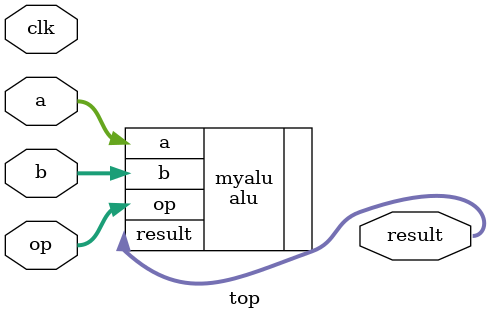
<source format=v>
module top #(parameter WIDTH=8)(
    input  wire clk,
    input  wire [3:0] op,
    input  wire [WIDTH-1:0] a, b,
    output wire [WIDTH-1:0] result
);
    wire gclk_arith, gclk_logic;

    // Separate enables
    wire arithmetic_enable = (op==4'b0000 || op==4'b0001 || op==4'b0111);
    wire logic_enable = (op>=4'b0010 && op<=4'b0100);

    // Instantiate clock gating
    clock_gating cg1 (.clk(clk), .en(arithmetic_enable), .gclk(gclk_arith));
    clock_gating cg2 (.clk(clk), .en(logic_enable),      .gclk(gclk_logic));

    // ALU (same module, clocked by gated clock conceptually)
    alu #(WIDTH) myalu (.op(op), .a(a), .b(b), .result(result));

endmodule

</source>
